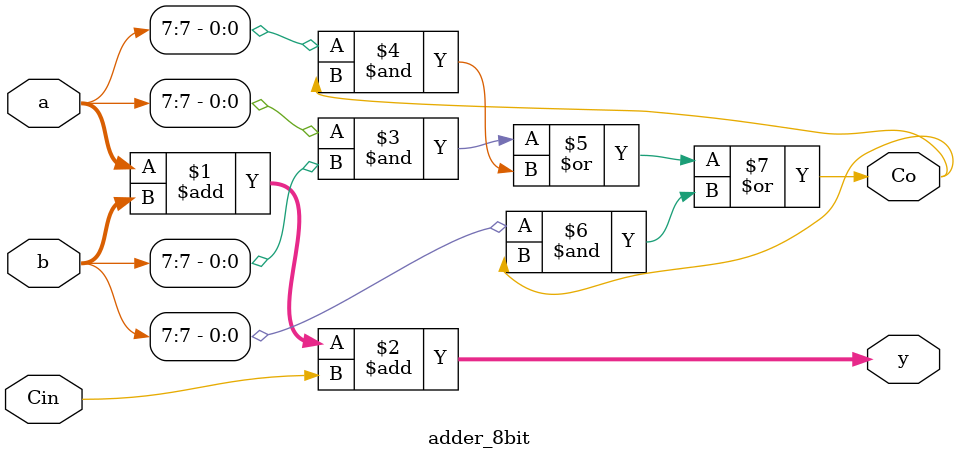
<source format=v>
module adder_16bit (
    input wire [15:0] a,
    input wire [15:0] b,
    input wire Cin,
    output wire [15:0] y,
    output wire Co
);

    
    adder_8bit adder_8bit_inst1 (
        .a(a[7:0]),
        .b(b[7:0]),
        .Cin(Cin),
        .y(y[7:0]),
        .Co(Co)
    );

    
    adder_8bit adder_8bit_inst2 (
        .a(a[15:8]),
        .b(b[15:8]),
        .Cin(Co),
        .y(y[15:8]),
        .Co(Co)
    );

endmodule


module adder_8bit (
    input wire [7:0] a,
    input wire [7:0] b,
    input wire Cin,
    output wire [7:0] y,
    output wire Co
);

    assign y = a + b + Cin;
    assign Co = (a[7] & b[7]) | (a[7] & Co) | (b[7] & Co);

endmodule
</source>
